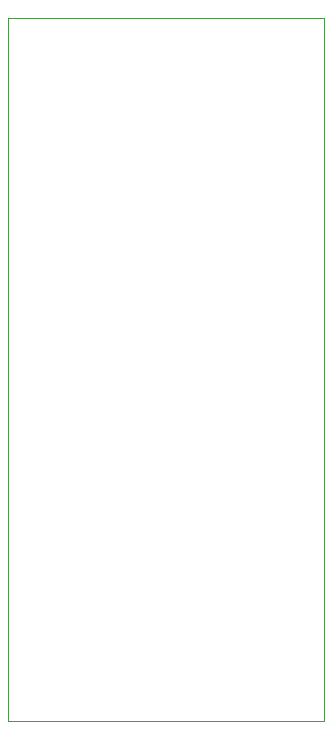
<source format=gbr>
%TF.GenerationSoftware,KiCad,Pcbnew,8.0.6*%
%TF.CreationDate,2025-05-14T20:02:39-04:00*%
%TF.ProjectId,touch_volume_controller,746f7563-685f-4766-9f6c-756d655f636f,rev?*%
%TF.SameCoordinates,Original*%
%TF.FileFunction,Profile,NP*%
%FSLAX46Y46*%
G04 Gerber Fmt 4.6, Leading zero omitted, Abs format (unit mm)*
G04 Created by KiCad (PCBNEW 8.0.6) date 2025-05-14 20:02:39*
%MOMM*%
%LPD*%
G01*
G04 APERTURE LIST*
%TA.AperFunction,Profile*%
%ADD10C,0.050000*%
%TD*%
G04 APERTURE END LIST*
D10*
X28346400Y-48412400D02*
X55118000Y-48412400D01*
X55118000Y-107975400D01*
X28346400Y-107975400D01*
X28346400Y-48412400D01*
M02*

</source>
